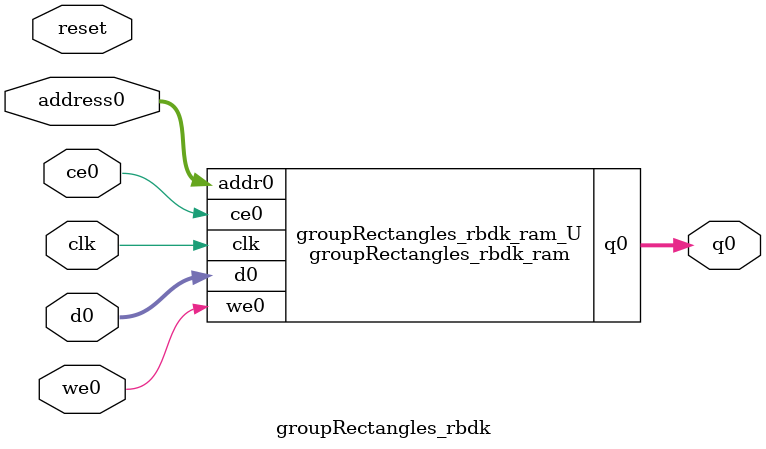
<source format=v>

`timescale 1 ns / 1 ps
module groupRectangles_rbdk_ram (addr0, ce0, d0, we0, q0,  clk);

parameter DWIDTH = 32;
parameter AWIDTH = 7;
parameter MEM_SIZE = 99;

input[AWIDTH-1:0] addr0;
input ce0;
input[DWIDTH-1:0] d0;
input we0;
output reg[DWIDTH-1:0] q0;
input clk;

(* ram_style = "block" *)reg [DWIDTH-1:0] ram[0:MEM_SIZE-1];




always @(posedge clk)  
begin 
    if (ce0) 
    begin
        if (we0) 
        begin 
            ram[addr0] <= d0; 
            q0 <= d0;
        end 
        else 
            q0 <= ram[addr0];
    end
end


endmodule


`timescale 1 ns / 1 ps
module groupRectangles_rbdk(
    reset,
    clk,
    address0,
    ce0,
    we0,
    d0,
    q0);

parameter DataWidth = 32'd32;
parameter AddressRange = 32'd99;
parameter AddressWidth = 32'd7;
input reset;
input clk;
input[AddressWidth - 1:0] address0;
input ce0;
input we0;
input[DataWidth - 1:0] d0;
output[DataWidth - 1:0] q0;



groupRectangles_rbdk_ram groupRectangles_rbdk_ram_U(
    .clk( clk ),
    .addr0( address0 ),
    .ce0( ce0 ),
    .we0( we0 ),
    .d0( d0 ),
    .q0( q0 ));

endmodule


</source>
